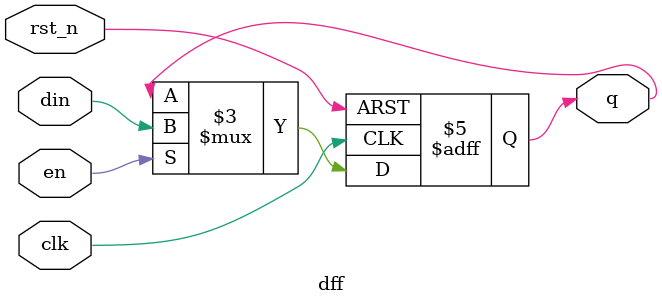
<source format=v>

module dff (
    input   clk,        // 250MHz clock
    input   en,         // 
    input   rst_n,
    input   din,
    output reg  q);

always @(posedge clk or negedge rst_n) 
begin
 if(!rst_n)
  q <= 1'b0; 
 else if(en)
  q <= din; 
end 
endmodule 

</source>
